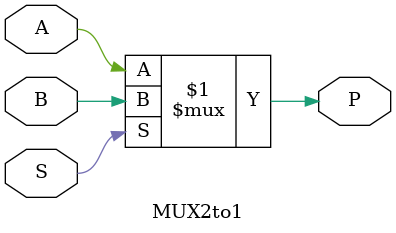
<source format=v>
`timescale 1ns / 1ps


module MUX2to1(A,B,S,P);
    input  A,B; // Data Lines
    input S;         // Select Line
    output P;        // Output Line

    assign P=(S?B:A);   //  Logic expression

endmodule

</source>
